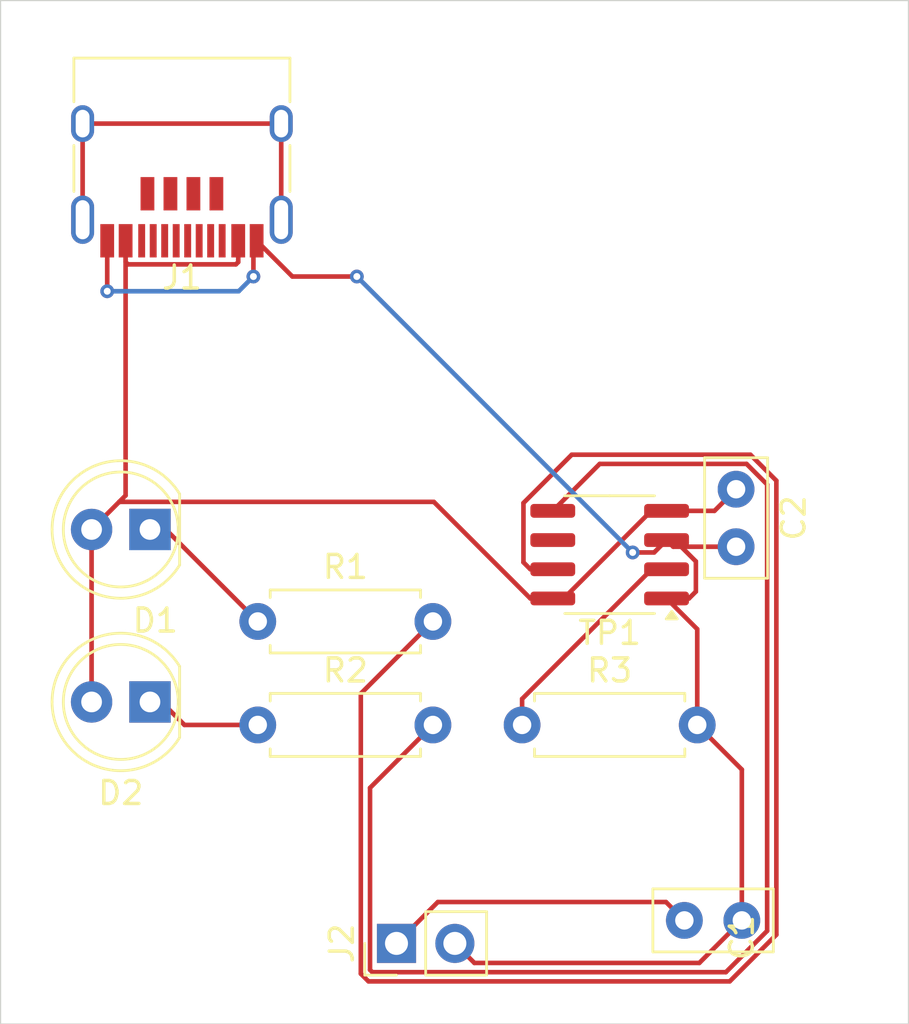
<source format=kicad_pcb>
(kicad_pcb (version 20241229) (generator "pcbnew") (generator_version "9.0")
  (layers (0 "F.Cu" signal) (2 "B.Cu" signal) (13 "F.Paste" user) (15 "B.Paste" user) (5 "F.SilkS" user "F.Silkscreen") (7 "B.SilkS" user "B.Silkscreen") (1 "F.Mask" user) (3 "B.Mask" user) (25 "Edge.Cuts" user))
  (net 0 "")
  (net 1 "GND")
  (net 2 "VD")
  (net 3 "VCC")
  (net 4 "Net-(D1-K)")
  (net 5 "Net-(D2-K)")
  (net 6 "unconnected-(J1-SHIELD-PadS1)_1")
  (net 9 "Net-(TP1-CHRG)")
  (net 10 "Net-(TP1-STDBY)")
  (net 11 "Net-(TP1-PROG)")
  (footprint "Resistor_THT:R_Axial_DIN0207_L6.3mm_D2.5mm_P7.62mm_Horizontal" (layer "F.Cu") (at 112.19 94.5)
    (property "Reference" "R1" (at 3.81 -2.37 0) (layer "F.SilkS"))
    (property "Value" "100")
    (fp_line (start 0.54 -1.37) (end 7.08 -1.37) (stroke (width 0.12)) (layer "F.SilkS"))
    (fp_line (start 0.54 -1.04) (end 0.54 -1.37) (stroke (width 0.12)) (layer "F.SilkS"))
    (fp_line (start 0.54 1.04) (end 0.54 1.37) (stroke (width 0.12)) (layer "F.SilkS"))
    (fp_line (start 0.54 1.37) (end 7.08 1.37) (stroke (width 0.12)) (layer "F.SilkS"))
    (fp_line (start 7.08 -1.37) (end 7.08 -1.04) (stroke (width 0.12)) (layer "F.SilkS"))
    (fp_line (start 7.08 1.37) (end 7.08 1.04) (stroke (width 0.12)) (layer "F.SilkS"))
    (pad "1" thru_hole circle (at 0 0) (size 1.6 1.6) (drill 0.8) (layers "*.Cu" "*.Mask") (net 4 "Net-(D1-K)"))
    (pad "2" thru_hole circle (at 7.62 0) (size 1.6 1.6) (drill 0.8) (layers "*.Cu" "*.Mask") (net 9 "Net-(TP1-CHRG)"))
  )
  (footprint "Package_SO:SOIC-8_3.9x4.9mm_P1.27mm" (layer "F.Cu") (at 127.5 91.595 180)
    (property "Reference" "TP1" (at 0 -3.4 0) (layer "F.SilkS"))
    (property "Value" "~")
    (fp_line (start 0 2.56) (end 1.95 2.56) (stroke (width 0.12)) (layer "F.SilkS"))
    (fp_line (start 0 2.56) (end -1.95 2.56) (stroke (width 0.12)) (layer "F.SilkS"))
    (fp_line (start 0 -2.56) (end 1.95 -2.56) (stroke (width 0.12)) (layer "F.SilkS"))
    (fp_line (start 0 -2.56) (end -1.95 -2.56) (stroke (width 0.12)) (layer "F.SilkS"))
    (fp_poly (pts (xy -2.7 -2.465) (xy -2.94 -2.795) (xy -2.46 -2.795)) (stroke (width 0.12)) (fill yes) (layer "F.SilkS"))
    (pad "1" smd roundrect (at -2.475 -1.905 180) (size 1.95 0.6) (layers "F.Cu" "F.Mask" "F.Paste") (net 1 "GND"))
    (pad "2" smd roundrect (at -2.475 -0.635 180) (size 1.95 0.6) (layers "F.Cu" "F.Mask" "F.Paste") (net 11 "Net-(TP1-PROG)"))
    (pad "3" smd roundrect (at -2.475 0.635 180) (size 1.95 0.6) (layers "F.Cu" "F.Mask" "F.Paste") (net 1 "GND"))
    (pad "4" smd roundrect (at -2.475 1.905 180) (size 1.95 0.6) (layers "F.Cu" "F.Mask" "F.Paste") (net 3 "VCC"))
    (pad "5" smd roundrect (at 2.475 1.905 180) (size 1.95 0.6) (layers "F.Cu" "F.Mask" "F.Paste") (net 10 "Net-(TP1-STDBY)"))
    (pad "6" smd roundrect (at 2.475 0.635 180) (size 1.95 0.6) (layers "F.Cu" "F.Mask" "F.Paste"))
    (pad "7" smd roundrect (at 2.475 -0.635 180) (size 1.95 0.6) (layers "F.Cu" "F.Mask" "F.Paste") (net 9 "Net-(TP1-CHRG)"))
    (pad "8" smd roundrect (at 2.475 -1.905 180) (size 1.95 0.6) (layers "F.Cu" "F.Mask" "F.Paste") (net 3 "VCC"))
  )
  (footprint "Capacitor_THT:C_Disc_D5.0mm_W2.5mm_P2.50mm" (layer "F.Cu") (at 133 88.75 -90)
    (property "Reference" "C2" (at 1.25 -2.5 90) (layer "F.SilkS"))
    (property "Value" "10 uf")
    (fp_line (start -1.37 1.37) (end 3.87 1.37) (stroke (width 0.12)) (layer "F.SilkS"))
    (fp_line (start -1.37 -1.37) (end -1.37 1.37) (stroke (width 0.12)) (layer "F.SilkS"))
    (fp_line (start -1.37 -1.37) (end 3.87 -1.37) (stroke (width 0.12)) (layer "F.SilkS"))
    (fp_line (start 3.87 -1.37) (end 3.87 1.37) (stroke (width 0.12)) (layer "F.SilkS"))
    (pad "1" thru_hole circle (at 0 0 270) (size 1.6 1.6) (drill 0.8) (layers "*.Cu" "*.Mask") (net 3 "VCC"))
    (pad "2" thru_hole circle (at 2.5 0 270) (size 1.6 1.6) (drill 0.8) (layers "*.Cu" "*.Mask") (net 1 "GND"))
  )
  (footprint "Connector_PinHeader_2.54mm:PinHeader_1x02_P2.54mm_Vertical" (layer "F.Cu") (at 118.225 108.5 90)
    (property "Reference" "J2" (at 0 -2.38 90) (layer "F.SilkS"))
    (property "Value" "Conn_01x02_Pin")
    (fp_line (start -1.38 -1.38) (end 0 -1.38) (stroke (width 0.12)) (layer "F.SilkS"))
    (fp_line (start -1.38 0) (end -1.38 -1.38) (stroke (width 0.12)) (layer "F.SilkS"))
    (fp_line (start 1.38 1.27) (end 1.38 3.92) (stroke (width 0.12)) (layer "F.SilkS"))
    (fp_line (start -1.38 1.27) (end 1.38 1.27) (stroke (width 0.12)) (layer "F.SilkS"))
    (fp_line (start -1.38 1.27) (end -1.38 3.92) (stroke (width 0.12)) (layer "F.SilkS"))
    (fp_line (start -1.38 3.92) (end 1.38 3.92) (stroke (width 0.12)) (layer "F.SilkS"))
    (pad "1" thru_hole rect (at 0 0 90) (size 1.7 1.7) (drill 1) (layers "*.Cu" "*.Mask") (net 2 "VD"))
    (pad "2" thru_hole circle (at 0 2.54 90) (size 1.7 1.7) (drill 1) (layers "*.Cu" "*.Mask") (net 1 "GND"))
  )
  (footprint "Resistor_THT:R_Axial_DIN0207_L6.3mm_D2.5mm_P7.62mm_Horizontal" (layer "F.Cu") (at 112.19 99)
    (property "Reference" "R2" (at 3.81 -2.37 0) (layer "F.SilkS"))
    (property "Value" "100")
    (fp_line (start 0.54 -1.37) (end 7.08 -1.37) (stroke (width 0.12)) (layer "F.SilkS"))
    (fp_line (start 0.54 -1.04) (end 0.54 -1.37) (stroke (width 0.12)) (layer "F.SilkS"))
    (fp_line (start 0.54 1.04) (end 0.54 1.37) (stroke (width 0.12)) (layer "F.SilkS"))
    (fp_line (start 0.54 1.37) (end 7.08 1.37) (stroke (width 0.12)) (layer "F.SilkS"))
    (fp_line (start 7.08 -1.37) (end 7.08 -1.04) (stroke (width 0.12)) (layer "F.SilkS"))
    (fp_line (start 7.08 1.37) (end 7.08 1.04) (stroke (width 0.12)) (layer "F.SilkS"))
    (pad "1" thru_hole circle (at 0 0) (size 1.6 1.6) (drill 0.8) (layers "*.Cu" "*.Mask") (net 5 "Net-(D2-K)"))
    (pad "2" thru_hole circle (at 7.62 0) (size 1.6 1.6) (drill 0.8) (layers "*.Cu" "*.Mask") (net 10 "Net-(TP1-STDBY)"))
  )
  (footprint "Connector_USB:USB_C_Receptacle_HRO_TYPE-C-31-M-12" (layer "F.Cu") (at 108.89 73.9 180)
    (property "Reference" "J1" (at 0 -5.645 0) (layer "F.SilkS"))
    (property "Value" "USB_C_Receptacle_PowerOnly_6P")
    (fp_line (start 4.7 2) (end 4.7 3.9) (stroke (width 0.12)) (layer "F.SilkS"))
    (fp_line (start 4.7 -1.9) (end 4.7 0.1) (stroke (width 0.12)) (layer "F.SilkS"))
    (fp_line (start -4.7 3.9) (end 4.7 3.9) (stroke (width 0.12)) (layer "F.SilkS"))
    (fp_line (start -4.7 2) (end -4.7 3.9) (stroke (width 0.12)) (layer "F.SilkS"))
    (fp_line (start -4.7 -1.9) (end -4.7 0.1) (stroke (width 0.12)) (layer "F.SilkS"))
    (pad "" np_thru_hole circle (at -2.89 -2.6 180) (size 0.65 0.65) (drill 0.65) (layers "*.Cu" "*.Mask"))
    (pad "" np_thru_hole circle (at 2.89 -2.6 180) (size 0.65 0.65) (drill 0.65) (layers "*.Cu" "*.Mask"))
    (pad "A1" smd rect (at -1.5 -2 180) (size 0.6 1.45) (layers "F.Cu" "F.Mask" "F.Paste"))
    (pad "A4" smd rect (at -0.5 -2 180) (size 0.6 1.45) (layers "F.Cu" "F.Mask" "F.Paste"))
    (pad "A5" smd rect (at -1.25 -4.045 180) (size 0.3 1.45) (layers "F.Cu" "F.Mask" "F.Paste"))
    (pad "A6" smd rect (at -0.25 -4.045 180) (size 0.3 1.45) (layers "F.Cu" "F.Mask" "F.Paste"))
    (pad "A7" smd rect (at 0.25 -4.045 180) (size 0.3 1.45) (layers "F.Cu" "F.Mask" "F.Paste"))
    (pad "A8" smd rect (at 1.25 -4.045 180) (size 0.3 1.45) (layers "F.Cu" "F.Mask" "F.Paste"))
    (pad "A9" smd rect (at 2.45 -4.045 180) (size 0.6 1.45) (layers "F.Cu" "F.Mask" "F.Paste") (net 3 "VCC"))
    (pad "A12" smd rect (at 3.25 -4.045 180) (size 0.6 1.45) (layers "F.Cu" "F.Mask" "F.Paste") (net 1 "GND"))
    (pad "B1" smd rect (at 1.5 -2 180) (size 0.6 1.45) (layers "F.Cu" "F.Mask" "F.Paste"))
    (pad "B4" smd rect (at 0.5 -2 180) (size 0.6 1.45) (layers "F.Cu" "F.Mask" "F.Paste"))
    (pad "B5" smd rect (at 1.75 -4.045 180) (size 0.3 1.45) (layers "F.Cu" "F.Mask" "F.Paste"))
    (pad "B6" smd rect (at 0.75 -4.045 180) (size 0.3 1.45) (layers "F.Cu" "F.Mask" "F.Paste"))
    (pad "B7" smd rect (at -0.75 -4.045 180) (size 0.3 1.45) (layers "F.Cu" "F.Mask" "F.Paste"))
    (pad "B8" smd rect (at -1.75 -4.045 180) (size 0.3 1.45) (layers "F.Cu" "F.Mask" "F.Paste"))
    (pad "B9" smd rect (at -2.45 -4.045 180) (size 0.6 1.45) (layers "F.Cu" "F.Mask" "F.Paste") (net 3 "VCC"))
    (pad "B12" smd rect (at -3.25 -4.045 180) (size 0.6 1.45) (layers "F.Cu" "F.Mask" "F.Paste") (net 1 "GND"))
    (pad "S1" thru_hole oval (at -4.32 -3.13 180) (size 1 2.1) (drill oval 0.6 1.7) (property pad_prop_heatsink) (layers "*.Cu" "*.Mask") (net 6 "unconnected-(J1-SHIELD-PadS1)_1"))
    (pad "S1" thru_hole oval (at -4.32 1.05 180) (size 1 1.6) (drill oval 0.6 1.2) (property pad_prop_heatsink) (layers "*.Cu" "*.Mask") (net 6 "unconnected-(J1-SHIELD-PadS1)_1"))
    (pad "S1" thru_hole oval (at 4.32 -3.13 180) (size 1 2.1) (drill oval 0.6 1.7) (property pad_prop_heatsink) (layers "*.Cu" "*.Mask") (net 6 "unconnected-(J1-SHIELD-PadS1)_1"))
    (pad "S1" thru_hole oval (at 4.32 1.05 180) (size 1 1.6) (drill oval 0.6 1.2) (property pad_prop_heatsink) (layers "*.Cu" "*.Mask") (net 6 "unconnected-(J1-SHIELD-PadS1)_1"))
  )
  (footprint "Resistor_THT:R_Axial_DIN0207_L6.3mm_D2.5mm_P7.62mm_Horizontal" (layer "F.Cu") (at 123.69 99)
    (property "Reference" "R3" (at 3.81 -2.37 0) (layer "F.SilkS"))
    (property "Value" "10k")
    (fp_line (start 0.54 -1.37) (end 7.08 -1.37) (stroke (width 0.12)) (layer "F.SilkS"))
    (fp_line (start 0.54 -1.04) (end 0.54 -1.37) (stroke (width 0.12)) (layer "F.SilkS"))
    (fp_line (start 0.54 1.04) (end 0.54 1.37) (stroke (width 0.12)) (layer "F.SilkS"))
    (fp_line (start 0.54 1.37) (end 7.08 1.37) (stroke (width 0.12)) (layer "F.SilkS"))
    (fp_line (start 7.08 -1.37) (end 7.08 -1.04) (stroke (width 0.12)) (layer "F.SilkS"))
    (fp_line (start 7.08 1.37) (end 7.08 1.04) (stroke (width 0.12)) (layer "F.SilkS"))
    (pad "1" thru_hole circle (at 0 0) (size 1.6 1.6) (drill 0.8) (layers "*.Cu" "*.Mask") (net 11 "Net-(TP1-PROG)"))
    (pad "2" thru_hole circle (at 7.62 0) (size 1.6 1.6) (drill 0.8) (layers "*.Cu" "*.Mask") (net 1 "GND"))
  )
  (footprint "LED_THT:LED_D5.0mm" (layer "F.Cu") (at 107.5 90.5 180)
    (property "Reference" "D1" (at -0.23 -3.96 0) (layer "F.SilkS"))
    (property "Value" "LED")
    (fp_line (start -1.29 -1.545) (end -1.29 1.545) (stroke (width 0.12)) (layer "F.SilkS"))
    (fp_arc (start 4.26 0) (mid 2.071779 2.880495) (end -1.29 1.54483) (stroke (width 0.12)) (layer "F.SilkS"))
    (fp_arc (start -1.29 -1.54483) (mid 2.071779 -2.880495) (end 4.26 0) (stroke (width 0.12)) (layer "F.SilkS"))
    (fp_circle (center 1.27 0) (end 3.77 0) (stroke (width 0.12)) (fill no) (layer "F.SilkS"))
    (pad "1" thru_hole rect (at 0 0 180) (size 1.8 1.8) (drill 0.9) (layers "*.Cu" "*.Mask") (net 4 "Net-(D1-K)"))
    (pad "2" thru_hole circle (at 2.54 0 180) (size 1.8 1.8) (drill 0.9) (layers "*.Cu" "*.Mask") (net 3 "VCC"))
  )
  (footprint "LED_THT:LED_D5.0mm" (layer "F.Cu") (at 107.5 98 180)
    (property "Reference" "D2" (at 1.27 -3.96 0) (layer "F.SilkS"))
    (property "Value" "LED")
    (fp_line (start -1.29 -1.545) (end -1.29 1.545) (stroke (width 0.12)) (layer "F.SilkS"))
    (fp_arc (start 4.26 0) (mid 2.071779 2.880495) (end -1.29 1.54483) (stroke (width 0.12)) (layer "F.SilkS"))
    (fp_arc (start -1.29 -1.54483) (mid 2.071779 -2.880495) (end 4.26 0) (stroke (width 0.12)) (layer "F.SilkS"))
    (fp_circle (center 1.27 0) (end 3.77 0) (stroke (width 0.12)) (fill no) (layer "F.SilkS"))
    (pad "1" thru_hole rect (at 0 0 180) (size 1.8 1.8) (drill 0.9) (layers "*.Cu" "*.Mask") (net 5 "Net-(D2-K)"))
    (pad "2" thru_hole circle (at 2.54 0 180) (size 1.8 1.8) (drill 0.9) (layers "*.Cu" "*.Mask") (net 3 "VCC"))
  )
  (footprint "Capacitor_THT:C_Disc_D5.0mm_W2.5mm_P2.50mm" (layer "F.Cu") (at 130.75 107.5)
    (property "Reference" "C1" (at 2.5 0.75 90) (layer "F.SilkS"))
    (property "Value" "10 uf")
    (fp_line (start -1.37 -1.37) (end -1.37 1.37) (stroke (width 0.12)) (layer "F.SilkS"))
    (fp_line (start -1.37 -1.37) (end 3.87 -1.37) (stroke (width 0.12)) (layer "F.SilkS"))
    (fp_line (start -1.37 1.37) (end 3.87 1.37) (stroke (width 0.12)) (layer "F.SilkS"))
    (fp_line (start 3.87 -1.37) (end 3.87 1.37) (stroke (width 0.12)) (layer "F.SilkS"))
    (pad "1" thru_hole circle (at 0 0) (size 1.6 1.6) (drill 0.8) (layers "*.Cu" "*.Mask") (net 2 "VD"))
    (pad "2" thru_hole circle (at 2.5 0) (size 1.6 1.6) (drill 0.8) (layers "*.Cu" "*.Mask") (net 1 "GND"))
  )
  (gr_rect (start 101 67.5) (end 140.5 112) (stroke (width 0.05)) (fill no) (layer "Edge.Cuts"))
  (segment (start 105.64 77.945) (end 105.64 80.14) (width 0.2) (layer "F.Cu") (net 1))
  (segment (start 129.435 91.5) (end 128.5 91.5) (width 0.2) (layer "F.Cu") (net 1))
  (segment (start 133.25 107.5) (end 133.25 100.94) (width 0.2) (layer "F.Cu") (net 1))
  (segment (start 129.975 93.5) (end 131.31 94.835) (width 0.2) (layer "F.Cu") (net 1))
  (segment (start 131.4 109.35) (end 133.25 107.5) (width 0.2) (layer "F.Cu") (net 1))
  (segment (start 130.949999 93.5) (end 131.251 93.198999) (width 0.2) (layer "F.Cu") (net 1))
  (segment (start 120.765 108.5) (end 121.615 109.35) (width 0.2) (layer "F.Cu") (net 1))
  (segment (start 133.25 100.94) (end 131.31 99) (width 0.2) (layer "F.Cu") (net 1))
  (segment (start 131.31 94.835) (end 131.31 99) (width 0.2) (layer "F.Cu") (net 1))
  (segment (start 129.975 90.96) (end 129.435 91.5) (width 0.2) (layer "F.Cu") (net 1))
  (segment (start 133 91.25) (end 130.265 91.25) (width 0.2) (layer "F.Cu") (net 1))
  (segment (start 129.975 93.5) (end 130.949999 93.5) (width 0.2) (layer "F.Cu") (net 1))
  (segment (start 112.14 77.945) (end 113.695 79.5) (width 0.2) (layer "F.Cu") (net 1))
  (segment (start 112 78.085) (end 112.14 77.945) (width 0.2) (layer "F.Cu") (net 1))
  (segment (start 112 79.5) (end 112 78.085) (width 0.2) (layer "F.Cu") (net 1))
  (segment (start 130.321968 90.96) (end 129.975 90.96) (width 0.2) (layer "F.Cu") (net 1))
  (segment (start 131.251 91.889032) (end 130.321968 90.96) (width 0.2) (layer "F.Cu") (net 1))
  (segment (start 130.265 91.25) (end 129.975 90.96) (width 0.2) (layer "F.Cu") (net 1))
  (segment (start 131.251 93.198999) (end 131.251 91.889032) (width 0.2) (layer "F.Cu") (net 1))
  (segment (start 113.695 79.5) (end 116.5 79.5) (width 0.2) (layer "F.Cu") (net 1))
  (segment (start 121.615 109.35) (end 131.4 109.35) (width 0.2) (layer "F.Cu") (net 1))
  (via (at 116.5 79.5) (size 0.6) (drill 0.3) (layers "F.Cu" "B.Cu") (net 1))
  (via (at 112 79.5) (size 0.6) (drill 0.3) (layers "F.Cu" "B.Cu") (net 1))
  (via (at 105.64 80.14) (size 0.6) (drill 0.3) (layers "F.Cu" "B.Cu") (net 1))
  (via (at 128.5 91.5) (size 0.6) (drill 0.3) (layers "F.Cu" "B.Cu") (net 1))
  (segment (start 128.5 91.5) (end 116.5 79.5) (width 0.2) (layer "B.Cu") (net 1))
  (segment (start 105.64 80.14) (end 111.36 80.14) (width 0.2) (layer "B.Cu") (net 1))
  (segment (start 111.36 80.14) (end 112 79.5) (width 0.2) (layer "B.Cu") (net 1))
  (segment (start 129.950001 106.700001) (end 130.75 107.5) (width 0.2) (layer "F.Cu") (net 2))
  (segment (start 120.024999 106.700001) (end 129.950001 106.700001) (width 0.2) (layer "F.Cu") (net 2))
  (segment (start 118.225 108.5) (end 120.024999 106.700001) (width 0.2) (layer "F.Cu") (net 2))
  (segment (start 106.541 78.971) (end 111.239 78.971) (width 0.2) (layer "F.Cu") (net 3))
  (segment (start 125.5 93.5) (end 129.31 89.69) (width 0.2) (layer "F.Cu") (net 3))
  (segment (start 111.34 78.87) (end 111.34 77.945) (width 0.2) (layer "F.Cu") (net 3))
  (segment (start 106.161 89.299) (end 106.44 89.02) (width 0.2) (layer "F.Cu") (net 3))
  (segment (start 119.849001 89.299) (end 124.050001 93.5) (width 0.2) (layer "F.Cu") (net 3))
  (segment (start 132.06 89.69) (end 133 88.75) (width 0.2) (layer "F.Cu") (net 3))
  (segment (start 106.44 77.945) (end 106.44 78.87) (width 0.2) (layer "F.Cu") (net 3))
  (segment (start 129.31 89.69) (end 129.975 89.69) (width 0.2) (layer "F.Cu") (net 3))
  (segment (start 129.975 89.69) (end 132.06 89.69) (width 0.2) (layer "F.Cu") (net 3))
  (segment (start 104.96 90.5) (end 106.161 89.299) (width 0.2) (layer "F.Cu") (net 3))
  (segment (start 106.201 89.299) (end 119.849001 89.299) (width 0.2) (layer "F.Cu") (net 3))
  (segment (start 124.050001 93.5) (end 125.025 93.5) (width 0.2) (layer "F.Cu") (net 3))
  (segment (start 125.025 93.5) (end 125.5 93.5) (width 0.2) (layer "F.Cu") (net 3))
  (segment (start 111.239 78.971) (end 111.34 78.87) (width 0.2) (layer "F.Cu") (net 3))
  (segment (start 106.161 89.299) (end 106.201 89.299) (width 0.2) (layer "F.Cu") (net 3))
  (segment (start 106.44 89.02) (end 106.44 77.945) (width 0.2) (layer "F.Cu") (net 3))
  (segment (start 106.44 78.87) (end 106.541 78.971) (width 0.2) (layer "F.Cu") (net 3))
  (segment (start 104.96 98) (end 104.96 90.5) (width 0.2) (layer "F.Cu") (net 3))
  (segment (start 108.19 90.5) (end 112.19 94.5) (width 0.2) (layer "F.Cu") (net 4))
  (segment (start 107.5 90.5) (end 108.19 90.5) (width 0.2) (layer "F.Cu") (net 4))
  (segment (start 109 99) (end 112.19 99) (width 0.2) (layer "F.Cu") (net 5))
  (segment (start 108 98) (end 109 99) (width 0.2) (layer "F.Cu") (net 5))
  (segment (start 107.5 98) (end 108 98) (width 0.2) (layer "F.Cu") (net 5))
  (segment (start 113.21 72.85) (end 113.21 77.03) (width 0.2) (layer "F.Cu") (net 6))
  (segment (start 104.57 72.85) (end 113.21 72.85) (width 0.2) (layer "F.Cu") (net 6))
  (segment (start 104.57 77.03) (end 104.57 72.85) (width 0.2) (layer "F.Cu") (net 6))
  (segment (start 123.749 89.349032) (end 123.749 91.928999) (width 0.2) (layer "F.Cu") (net 9))
  (segment (start 133.62215 87.248) (end 125.850032 87.248) (width 0.2) (layer "F.Cu") (net 9))
  (segment (start 119.81 94.5) (end 116.673 97.637) (width 0.2) (layer "F.Cu") (net 9))
  (segment (start 125.850032 87.248) (end 123.749 89.349032) (width 0.2) (layer "F.Cu") (net 9))
  (segment (start 124.050001 92.23) (end 125.025 92.23) (width 0.2) (layer "F.Cu") (net 9))
  (segment (start 134.752 88.37785) (end 133.62215 87.248) (width 0.2) (layer "F.Cu") (net 9))
  (segment (start 117.0079 110.152) (end 132.72215 110.152) (width 0.2) (layer "F.Cu") (net 9))
  (segment (start 116.673 97.637) (end 116.673 109.8171) (width 0.2) (layer "F.Cu") (net 9))
  (segment (start 134.752 108.12215) (end 134.752 88.37785) (width 0.2) (layer "F.Cu") (net 9))
  (segment (start 132.72215 110.152) (end 134.752 108.12215) (width 0.2) (layer "F.Cu") (net 9))
  (segment (start 123.749 91.928999) (end 124.050001 92.23) (width 0.2) (layer "F.Cu") (net 9))
  (segment (start 116.673 109.8171) (end 117.0079 110.152) (width 0.2) (layer "F.Cu") (net 9))
  (segment (start 132.55605 109.751) (end 117.174 109.751) (width 0.2) (layer "F.Cu") (net 10))
  (segment (start 117.174 109.751) (end 117.074 109.651) (width 0.2) (layer "F.Cu") (net 10))
  (segment (start 133.45605 87.649) (end 134.351 88.54395) (width 0.2) (layer "F.Cu") (net 10))
  (segment (start 117.074 109.651) (end 117.074 101.736) (width 0.2) (layer "F.Cu") (net 10))
  (segment (start 127.066 87.649) (end 133.45605 87.649) (width 0.2) (layer "F.Cu") (net 10))
  (segment (start 134.351 107.95605) (end 132.55605 109.751) (width 0.2) (layer "F.Cu") (net 10))
  (segment (start 125.025 89.69) (end 127.066 87.649) (width 0.2) (layer "F.Cu") (net 10))
  (segment (start 134.351 88.54395) (end 134.351 107.95605) (width 0.2) (layer "F.Cu") (net 10))
  (segment (start 117.074 101.736) (end 119.81 99) (width 0.2) (layer "F.Cu") (net 10))
  (segment (start 123.69 97.86863) (end 129.32863 92.23) (width 0.2) (layer "F.Cu") (net 11))
  (segment (start 129.32863 92.23) (end 129.975 92.23) (width 0.2) (layer "F.Cu") (net 11))
  (segment (start 123.69 99) (end 123.69 97.86863) (width 0.2) (layer "F.Cu") (net 11))
)
</source>
